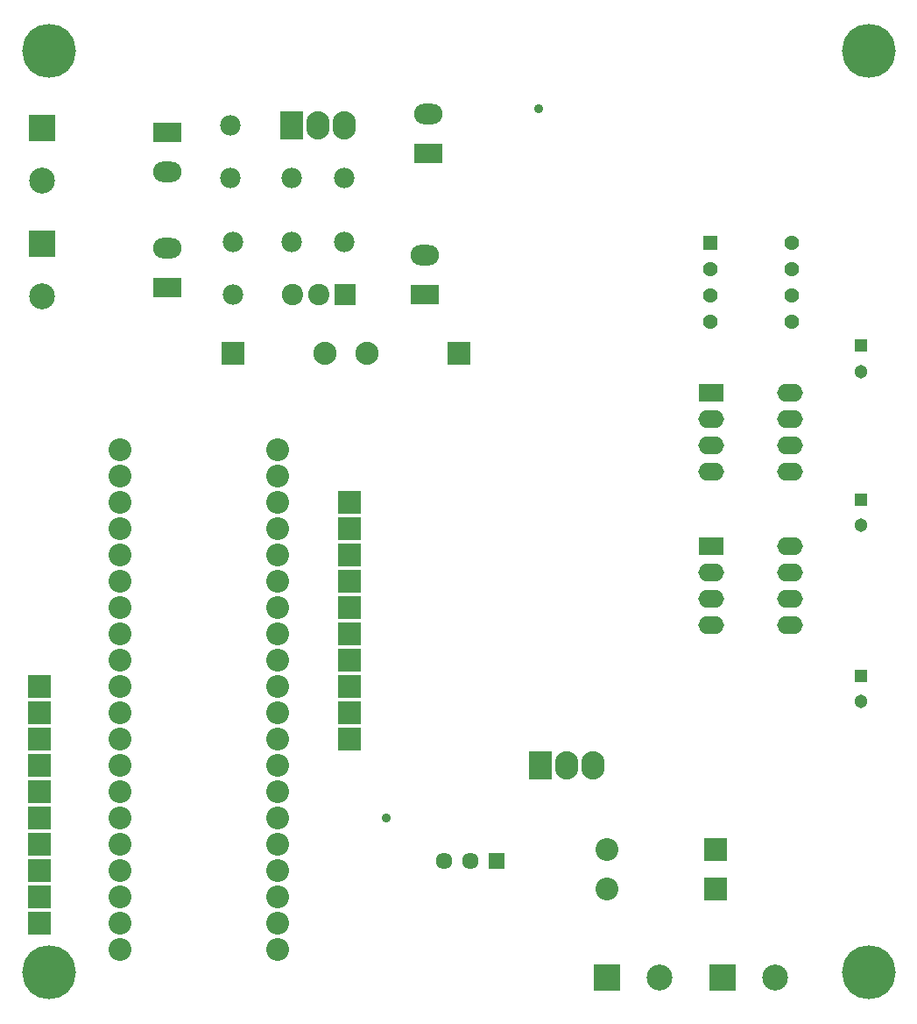
<source format=gbs>
G04*
G04 #@! TF.GenerationSoftware,Altium Limited,Altium Designer,24.10.1 (45)*
G04*
G04 Layer_Color=16711935*
%FSTAX25Y25*%
%MOIN*%
G70*
G04*
G04 #@! TF.SameCoordinates,1923906C-CB37-41EA-8CB1-2C45B085819D*
G04*
G04*
G04 #@! TF.FilePolarity,Negative*
G04*
G01*
G75*
%ADD52R,0.09800X0.06800*%
%ADD53O,0.09800X0.06800*%
%ADD54R,0.05131X0.05131*%
%ADD55C,0.05131*%
%ADD56C,0.07800*%
%ADD57C,0.09855*%
%ADD58R,0.09855X0.09855*%
%ADD59R,0.08674X0.08674*%
%ADD60C,0.02769*%
%ADD61C,0.20485*%
%ADD62R,0.09855X0.09855*%
%ADD63R,0.05642X0.05642*%
%ADD64C,0.05642*%
%ADD65O,0.10800X0.07800*%
%ADD66R,0.10800X0.07800*%
%ADD67O,0.08674X0.08674*%
%ADD68C,0.06351*%
%ADD69R,0.06351X0.06351*%
%ADD70R,0.08800X0.10800*%
%ADD71O,0.08800X0.10800*%
%ADD72C,0.08674*%
%ADD73C,0.08800*%
%ADD74R,0.08800X0.08800*%
%ADD75R,0.08123X0.08123*%
%ADD76C,0.08123*%
%ADD77C,0.03556*%
%ADD78C,0.03556*%
D52*
X0267276Y0234861D02*
D03*
Y01765D02*
D03*
D53*
Y0224861D02*
D03*
Y0214861D02*
D03*
Y0204861D02*
D03*
X0297276Y0234861D02*
D03*
Y0224861D02*
D03*
Y0214861D02*
D03*
Y0204861D02*
D03*
X0267276Y01665D02*
D03*
Y01565D02*
D03*
Y01465D02*
D03*
X0297276Y01765D02*
D03*
Y01665D02*
D03*
Y01565D02*
D03*
Y01465D02*
D03*
D54*
X0324Y0194421D02*
D03*
Y0252921D02*
D03*
Y0127456D02*
D03*
D55*
Y0184579D02*
D03*
Y0243079D02*
D03*
Y0117614D02*
D03*
D56*
X0085039Y02722D02*
D03*
Y02922D02*
D03*
X0084Y03168D02*
D03*
Y03368D02*
D03*
X01275Y03168D02*
D03*
X01075D02*
D03*
X01275Y02922D02*
D03*
X01075D02*
D03*
D57*
X00125Y02715D02*
D03*
Y03155D02*
D03*
X02475Y00125D02*
D03*
X02915D02*
D03*
D58*
X00125Y02915D02*
D03*
Y03355D02*
D03*
D59*
X00115Y0123264D02*
D03*
Y0113264D02*
D03*
Y0103264D02*
D03*
Y0093264D02*
D03*
Y0083264D02*
D03*
Y0073264D02*
D03*
Y0063264D02*
D03*
Y0053264D02*
D03*
Y0043264D02*
D03*
Y0033264D02*
D03*
X0268681Y00463D02*
D03*
Y00614D02*
D03*
X01295Y0103307D02*
D03*
Y0113307D02*
D03*
Y0123307D02*
D03*
Y0133307D02*
D03*
Y0143307D02*
D03*
Y0153307D02*
D03*
Y0163307D02*
D03*
Y0173307D02*
D03*
Y0183307D02*
D03*
Y0193307D02*
D03*
D60*
X00092Y00089D02*
D03*
X0006857Y0014557D02*
D03*
X00092Y0020214D02*
D03*
X0014857Y0022557D02*
D03*
X0020514Y0020214D02*
D03*
X0022857Y0014557D02*
D03*
X0020514Y00089D02*
D03*
X0014857Y0006557D02*
D03*
X03212Y00089D02*
D03*
X0318857Y0014557D02*
D03*
X03212Y0020214D02*
D03*
X0326857Y0022557D02*
D03*
X0332514Y0020214D02*
D03*
X0334857Y0014557D02*
D03*
X0332514Y00089D02*
D03*
X0326857Y0006557D02*
D03*
X0023Y0364817D02*
D03*
X0020657Y0370474D02*
D03*
X0015Y0372817D02*
D03*
X0009343Y0359161D02*
D03*
X0007Y0364817D02*
D03*
X0009343Y0370474D02*
D03*
X0020657Y0359161D02*
D03*
X0015Y0356817D02*
D03*
X0326857Y0357057D02*
D03*
X0332514Y03594D02*
D03*
X0334857Y0365057D02*
D03*
X0332514Y0370714D02*
D03*
X0326857Y0373057D02*
D03*
X03212Y0370714D02*
D03*
X0318857Y0365057D02*
D03*
X03212Y03594D02*
D03*
D61*
X0327Y00145D02*
D03*
X0015D02*
D03*
X0327Y0365D02*
D03*
X0015D02*
D03*
D62*
X02275Y00125D02*
D03*
X02715D02*
D03*
D63*
X0266831Y0292051D02*
D03*
D64*
Y0282051D02*
D03*
Y0272051D02*
D03*
Y0262051D02*
D03*
X0297815D02*
D03*
Y0272051D02*
D03*
Y0282051D02*
D03*
Y0292051D02*
D03*
D65*
X006Y029D02*
D03*
Y0319D02*
D03*
X01595Y0341D02*
D03*
X0158096Y02872D02*
D03*
D66*
X006Y0275D02*
D03*
Y0334D02*
D03*
X01595Y0326D02*
D03*
X0158096Y02722D02*
D03*
D67*
X004218Y0053264D02*
D03*
Y0043264D02*
D03*
Y0023264D02*
D03*
Y0063264D02*
D03*
Y0033264D02*
D03*
Y0073264D02*
D03*
X010208Y0173307D02*
D03*
Y0213307D02*
D03*
Y0183307D02*
D03*
Y0193307D02*
D03*
Y0203307D02*
D03*
Y0163307D02*
D03*
Y0153307D02*
D03*
Y0133307D02*
D03*
Y0123307D02*
D03*
Y0113307D02*
D03*
Y0143307D02*
D03*
Y0103307D02*
D03*
Y0083307D02*
D03*
Y0023307D02*
D03*
Y0033307D02*
D03*
Y0043307D02*
D03*
Y0053307D02*
D03*
Y0093307D02*
D03*
Y0063307D02*
D03*
Y0073307D02*
D03*
X004218Y0173264D02*
D03*
Y0213364D02*
D03*
Y0183264D02*
D03*
Y0193264D02*
D03*
Y0203264D02*
D03*
Y0163264D02*
D03*
Y0113264D02*
D03*
Y0083264D02*
D03*
Y0093264D02*
D03*
Y0103264D02*
D03*
Y0123264D02*
D03*
Y0133264D02*
D03*
Y0143264D02*
D03*
Y0153264D02*
D03*
D68*
X01655Y00569D02*
D03*
X01755D02*
D03*
D69*
X01855D02*
D03*
D70*
X0202Y0093307D02*
D03*
X01075Y03368D02*
D03*
D71*
X0212Y0093307D02*
D03*
X0222D02*
D03*
X01275Y03368D02*
D03*
X01175D02*
D03*
D72*
X02275Y00463D02*
D03*
Y00614D02*
D03*
D73*
X0136046Y025D02*
D03*
X0120039D02*
D03*
D74*
X0171046D02*
D03*
X0085039D02*
D03*
D75*
X0127673Y02722D02*
D03*
D76*
X0117673D02*
D03*
X0107673D02*
D03*
D77*
X02015Y0343D02*
D03*
D78*
X0143307Y0073307D02*
D03*
M02*

</source>
